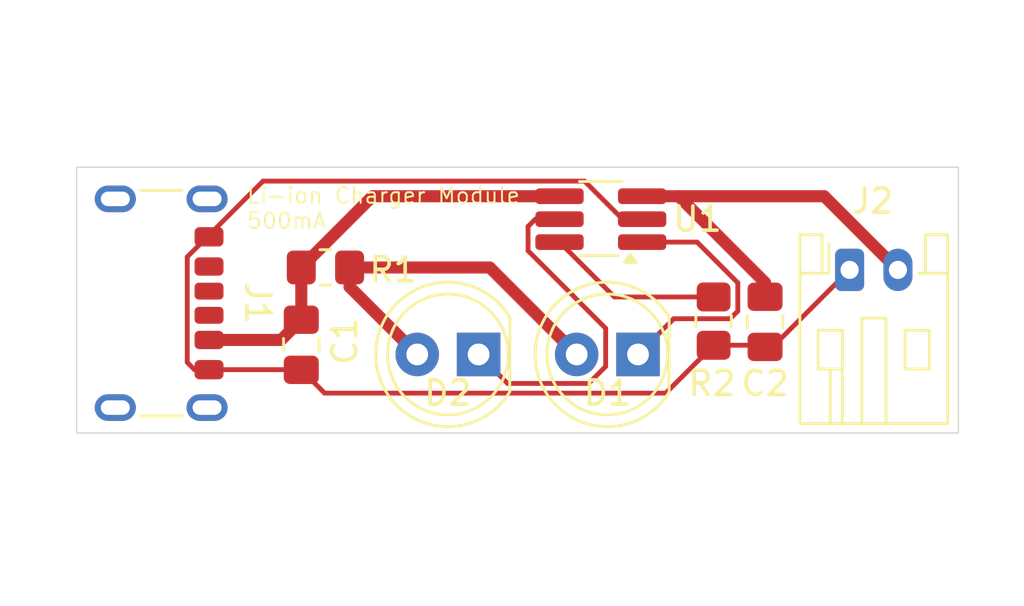
<source format=kicad_pcb>
(kicad_pcb (version 20241229) (generator "pcbnew") (generator_version "9.0")
  (layers (0 "F.Cu" signal) (2 "B.Cu" signal) (13 "F.Paste" user) (15 "B.Paste" user) (5 "F.SilkS" user "F.Silkscreen") (7 "B.SilkS" user "B.Silkscreen") (1 "F.Mask" user) (3 "B.Mask" user) (25 "Edge.Cuts" user))
  (net 0 "")
  (net 1 "Net-(U1-V_{CC})")
  (net 2 "Net-(J2-Pin_1)")
  (net 3 "Net-(J2-Pin_2)")
  (net 4 "Net-(D1-A)")
  (net 5 "Net-(D1-K)")
  (net 6 "Net-(D2-K)")
  (net 10 "Net-(U1-PROG)")
  (footprint "Package_TO_SOT_SMD:TSOT-23-6_HandSoldering" (layer "F.Cu") (at 133.2 111.2 180)
    (property "Reference" "U1" (at -4 0 0) (layer "F.SilkS"))
    (property "Value" "TP4057")
    (fp_line (start 0.08 -1.51) (end 0.88 -1.51) (stroke (width 0.12)) (layer "F.SilkS"))
    (fp_line (start 0.08 -1.51) (end -0.72 -1.51) (stroke (width 0.12)) (layer "F.SilkS"))
    (fp_line (start -0.88 1.56) (end 0.88 1.56) (stroke (width 0.12)) (layer "F.SilkS"))
    (fp_poly (pts (xy -1.22 -1.46) (xy -1.46 -1.79) (xy -0.98 -1.79) (xy -1.22 -1.46)) (stroke (width 0.12)) (fill yes) (layer "F.SilkS"))
    (pad "1" smd roundrect (at -1.71 -0.95 180) (size 2 0.65) (layers "F.Cu" "F.Mask" "F.Paste") (net 5 "Net-(D1-K)"))
    (pad "2" smd roundrect (at -1.71 0 180) (size 2 0.65) (layers "F.Cu" "F.Mask" "F.Paste") (net 2 "Net-(J2-Pin_1)"))
    (pad "3" smd roundrect (at -1.71 0.95 180) (size 2 0.65) (layers "F.Cu" "F.Mask" "F.Paste") (net 3 "Net-(J2-Pin_2)"))
    (pad "4" smd roundrect (at 1.71 0.95 180) (size 2 0.65) (layers "F.Cu" "F.Mask" "F.Paste") (net 1 "Net-(U1-V_{CC})"))
    (pad "5" smd roundrect (at 1.71 0 180) (size 2 0.65) (layers "F.Cu" "F.Mask" "F.Paste") (net 6 "Net-(D2-K)"))
    (pad "6" smd roundrect (at 1.71 -0.95 180) (size 2 0.65) (layers "F.Cu" "F.Mask" "F.Paste") (net 10 "Net-(U1-PROG)"))
  )
  (footprint "Connector_USB:USB_C_Receptacle_GCT_USB4125-xx-x_6P_TopMnt_Horizontal" (layer "F.Cu") (at 113.9 114.68 -90)
    (property "Reference" "J1" (at 0 -5.1 270) (layer "F.SilkS"))
    (property "Value" "USB_C_Receptacle_PowerOnly_6P")
    (fp_line (start -4.67 -0.25) (end -4.67 -1.95) (stroke (width 0.12)) (layer "F.SilkS"))
    (fp_line (start 4.67 -0.25) (end 4.67 -1.95) (stroke (width 0.12)) (layer "F.SilkS"))
    (pad "A5" smd roundrect (at -0.5 -3.08 270) (size 0.7 1.2) (layers "F.Cu" "F.Mask" "F.Paste"))
    (pad "A9" smd roundrect (at 1.52 -3.08 90) (size 0.76 1.2) (layers "F.Cu" "F.Mask" "F.Paste") (net 1 "Net-(U1-V_{CC})"))
    (pad "A12" smd roundrect (at 2.75 -3.08 90) (size 0.8 1.2) (layers "F.Cu" "F.Mask" "F.Paste") (net 2 "Net-(J2-Pin_1)"))
    (pad "B5" smd roundrect (at 0.5 -3.08 90) (size 0.7 1.2) (layers "F.Cu" "F.Mask" "F.Paste"))
    (pad "B9" smd roundrect (at -1.52 -3.08 270) (size 0.76 1.2) (layers "F.Cu" "F.Mask" "F.Paste") (net 1 "Net-(U1-V_{CC})"))
    (pad "B12" smd roundrect (at -2.75 -3.08 270) (size 0.8 1.2) (layers "F.Cu" "F.Mask" "F.Paste") (net 2 "Net-(J2-Pin_1)"))
    (pad "S1" thru_hole oval (at -4.32 -3 270) (size 1.1 1.7) (drill oval 0.6 1.2) (property pad_prop_heatsink) (layers "*.Cu" "*.Mask" "F.Paste"))
    (pad "S1" thru_hole oval (at -4.32 0.8 270) (size 1.1 1.7) (drill oval 0.6 1.2) (property pad_prop_heatsink) (layers "*.Cu" "*.Mask" "F.Paste"))
    (pad "S1" thru_hole oval (at 4.32 -3 270) (size 1.1 1.7) (drill oval 0.6 1.2) (property pad_prop_heatsink) (layers "*.Cu" "*.Mask" "F.Paste"))
    (pad "S1" thru_hole oval (at 4.32 0.8 270) (size 1.1 1.7) (drill oval 0.6 1.2) (property pad_prop_heatsink) (layers "*.Cu" "*.Mask" "F.Paste"))
  )
  (footprint "Resistor_SMD:R_0805_2012Metric_Pad1.20x1.40mm_HandSolder" (layer "F.Cu") (at 137.87 115.42 90)
    (property "Reference" "R2" (at -2.58 -0.07 180) (layer "F.SilkS"))
    (property "Value" "1.6k")
    (fp_line (start -0.227064 -0.735) (end 0.227064 -0.735) (stroke (width 0.12)) (layer "F.SilkS"))
    (fp_line (start -0.227064 0.735) (end 0.227064 0.735) (stroke (width 0.12)) (layer "F.SilkS"))
    (pad "1" smd roundrect (at -1 0 90) (size 1.2 1.4) (layers "F.Cu" "F.Mask" "F.Paste") (roundrect_rratio 0.208333) (net 2 "Net-(J2-Pin_1)"))
    (pad "2" smd roundrect (at 1 0 90) (size 1.2 1.4) (layers "F.Cu" "F.Mask" "F.Paste") (roundrect_rratio 0.208333) (net 10 "Net-(U1-PROG)"))
  )
  (footprint "LED_THT:LED_D5.0mm_IRGrey" (layer "F.Cu") (at 128.14 116.8 180)
    (property "Reference" "D2" (at 1.27 -1.6 0) (layer "F.SilkS"))
    (property "Value" "GREEN")
    (fp_line (start -1.29 -1.545) (end -1.29 1.545) (stroke (width 0.12)) (layer "F.SilkS"))
    (fp_arc (start 4.26 0.000048) (mid 2.071756 2.880501) (end -1.29 1.54483) (stroke (width 0.12)) (layer "F.SilkS"))
    (fp_arc (start -1.29 -1.54483) (mid 2.071756 -2.880501) (end 4.26 -0.000048) (stroke (width 0.12)) (layer "F.SilkS"))
    (fp_circle (center 1.27 0) (end 3.77 0) (stroke (width 0.12)) (fill no) (layer "F.SilkS"))
    (pad "1" thru_hole rect (at 0 0 180) (size 1.8 1.8) (drill 0.9) (layers "*.Cu" "*.Mask") (net 6 "Net-(D2-K)"))
    (pad "2" thru_hole circle (at 2.54 0 180) (size 1.8 1.8) (drill 0.9) (layers "*.Cu" "*.Mask") (net 4 "Net-(D1-A)"))
  )
  (footprint "Capacitor_SMD:C_0805_2012Metric_Pad1.18x1.45mm_HandSolder" (layer "F.Cu") (at 120.8 116.4 -90)
    (property "Reference" "C1" (at -0.15 -1.8 90) (layer "F.SilkS"))
    (property "Value" "10uF")
    (fp_line (start -0.261252 0.735) (end 0.261252 0.735) (stroke (width 0.12)) (layer "F.SilkS"))
    (fp_line (start -0.261252 -0.735) (end 0.261252 -0.735) (stroke (width 0.12)) (layer "F.SilkS"))
    (pad "1" smd roundrect (at -1.0375 0 270) (size 1.175 1.45) (layers "F.Cu" "F.Mask" "F.Paste") (roundrect_rratio 0.212766) (net 1 "Net-(U1-V_{CC})"))
    (pad "2" smd roundrect (at 1.0375 0 270) (size 1.175 1.45) (layers "F.Cu" "F.Mask" "F.Paste") (roundrect_rratio 0.212766) (net 2 "Net-(J2-Pin_1)"))
  )
  (footprint "Capacitor_SMD:C_0805_2012Metric_Pad1.18x1.45mm_HandSolder" (layer "F.Cu") (at 140 115.45 -90)
    (property "Reference" "C2" (at 2.55 0 180) (layer "F.SilkS"))
    (property "Value" "10uF")
    (fp_line (start -0.261252 0.735) (end 0.261252 0.735) (stroke (width 0.12)) (layer "F.SilkS"))
    (fp_line (start -0.261252 -0.735) (end 0.261252 -0.735) (stroke (width 0.12)) (layer "F.SilkS"))
    (pad "1" smd roundrect (at -1.0375 0 270) (size 1.175 1.45) (layers "F.Cu" "F.Mask" "F.Paste") (roundrect_rratio 0.212766) (net 3 "Net-(J2-Pin_2)"))
    (pad "2" smd roundrect (at 1.0375 0 270) (size 1.175 1.45) (layers "F.Cu" "F.Mask" "F.Paste") (roundrect_rratio 0.212766) (net 2 "Net-(J2-Pin_1)"))
  )
  (footprint "Connector_JST:JST_PH_S2B-PH-K_1x02_P2.00mm_Horizontal" (layer "F.Cu") (at 143.5 113.3)
    (property "Reference" "J2" (at 0.95 -2.85 180) (layer "F.SilkS"))
    (property "Value" "Conn_01x02_Pin")
    (fp_line (start -2.06 -1.46) (end -2.06 6.36) (stroke (width 0.12)) (layer "F.SilkS"))
    (fp_line (start -2.06 0.14) (end -1.14 0.14) (stroke (width 0.12)) (layer "F.SilkS"))
    (fp_line (start -2.06 6.36) (end 4.06 6.36) (stroke (width 0.12)) (layer "F.SilkS"))
    (fp_line (start -1.3 2.5) (end -1.3 4.1) (stroke (width 0.12)) (layer "F.SilkS"))
    (fp_line (start -1.3 4.1) (end -0.3 4.1) (stroke (width 0.12)) (layer "F.SilkS"))
    (fp_line (start -1.14 -1.46) (end -2.06 -1.46) (stroke (width 0.12)) (layer "F.SilkS"))
    (fp_line (start -1.14 0.14) (end -1.14 -1.46) (stroke (width 0.12)) (layer "F.SilkS"))
    (fp_line (start -0.86 0.14) (end -1.14 0.14) (stroke (width 0.12)) (layer "F.SilkS"))
    (fp_line (start -0.86 0.14) (end -0.86 -1.075) (stroke (width 0.12)) (layer "F.SilkS"))
    (fp_line (start -0.8 4.1) (end -0.8 6.36) (stroke (width 0.12)) (layer "F.SilkS"))
    (fp_line (start -0.3 2.5) (end -1.3 2.5) (stroke (width 0.12)) (layer "F.SilkS"))
    (fp_line (start -0.3 4.1) (end -0.3 2.5) (stroke (width 0.12)) (layer "F.SilkS"))
    (fp_line (start -0.3 4.1) (end -0.3 6.36) (stroke (width 0.12)) (layer "F.SilkS"))
    (fp_line (start 0.5 2) (end 1.5 2) (stroke (width 0.12)) (layer "F.SilkS"))
    (fp_line (start 0.5 6.36) (end 0.5 2) (stroke (width 0.12)) (layer "F.SilkS"))
    (fp_line (start 1.5 2) (end 1.5 6.36) (stroke (width 0.12)) (layer "F.SilkS"))
    (fp_line (start 2.3 2.5) (end 3.3 2.5) (stroke (width 0.12)) (layer "F.SilkS"))
    (fp_line (start 2.3 4.1) (end 2.3 2.5) (stroke (width 0.12)) (layer "F.SilkS"))
    (fp_line (start 3.14 -1.46) (end 3.14 0.14) (stroke (width 0.12)) (layer "F.SilkS"))
    (fp_line (start 3.14 0.14) (end 2.86 0.14) (stroke (width 0.12)) (layer "F.SilkS"))
    (fp_line (start 3.3 2.5) (end 3.3 4.1) (stroke (width 0.12)) (layer "F.SilkS"))
    (fp_line (start 3.3 4.1) (end 2.3 4.1) (stroke (width 0.12)) (layer "F.SilkS"))
    (fp_line (start 4.06 -1.46) (end 3.14 -1.46) (stroke (width 0.12)) (layer "F.SilkS"))
    (fp_line (start 4.06 0.14) (end 3.14 0.14) (stroke (width 0.12)) (layer "F.SilkS"))
    (fp_line (start 4.06 6.36) (end 4.06 -1.46) (stroke (width 0.12)) (layer "F.SilkS"))
    (pad "1" thru_hole roundrect (at 0 0) (size 1.2 1.75) (drill 0.75) (layers "*.Cu" "*.Mask") (roundrect_rratio 0.208333) (net 2 "Net-(J2-Pin_1)"))
    (pad "2" thru_hole oval (at 2 0) (size 1.2 1.75) (drill 0.75) (layers "*.Cu" "*.Mask") (net 3 "Net-(J2-Pin_2)"))
  )
  (footprint "LED_THT:LED_D5.0mm_IRGrey" (layer "F.Cu") (at 134.74 116.8 180)
    (property "Reference" "D1" (at 1.27 -1.6 0) (layer "F.SilkS"))
    (property "Value" "YELLOW")
    (fp_line (start -1.29 -1.545) (end -1.29 1.545) (stroke (width 0.12)) (layer "F.SilkS"))
    (fp_arc (start 4.26 0.000048) (mid 2.071756 2.880501) (end -1.29 1.54483) (stroke (width 0.12)) (layer "F.SilkS"))
    (fp_arc (start -1.29 -1.54483) (mid 2.071756 -2.880501) (end 4.26 -0.000048) (stroke (width 0.12)) (layer "F.SilkS"))
    (fp_circle (center 1.27 0) (end 3.77 0) (stroke (width 0.12)) (fill no) (layer "F.SilkS"))
    (pad "1" thru_hole rect (at 0 0 180) (size 1.8 1.8) (drill 0.9) (layers "*.Cu" "*.Mask") (net 5 "Net-(D1-K)"))
    (pad "2" thru_hole circle (at 2.54 0 180) (size 1.8 1.8) (drill 0.9) (layers "*.Cu" "*.Mask") (net 4 "Net-(D1-A)"))
  )
  (footprint "Resistor_SMD:R_0805_2012Metric_Pad1.20x1.40mm_HandSolder" (layer "F.Cu") (at 121.8 113.2)
    (property "Reference" "R1" (at 2.8 0.1 0) (layer "F.SilkS"))
    (property "Value" "1k")
    (fp_line (start -0.227064 -0.735) (end 0.227064 -0.735) (stroke (width 0.12)) (layer "F.SilkS"))
    (fp_line (start -0.227064 0.735) (end 0.227064 0.735) (stroke (width 0.12)) (layer "F.SilkS"))
    (pad "1" smd roundrect (at -1 0) (size 1.2 1.4) (layers "F.Cu" "F.Mask" "F.Paste") (roundrect_rratio 0.208333) (net 1 "Net-(U1-V_{CC})"))
    (pad "2" smd roundrect (at 1 0) (size 1.2 1.4) (layers "F.Cu" "F.Mask" "F.Paste") (roundrect_rratio 0.208333) (net 4 "Net-(D1-A)"))
  )
  (gr_rect (start 111.5 109.05) (end 148 120.05) (stroke (width 0.05)) (fill no) (layer "Edge.Cuts"))
  (gr_text "Li-ion Charger Module\n500mA" (at 118.5 111.65 0) (layer "F.SilkS") (effects (font (size 0.65 0.65) (thickness 0.08125)) (justify left bottom)))
  (segment (start 120.8 115.3625) (end 120.8 113.2) (width 0.5) (layer "F.Cu") (net 1))
  (segment (start 120.8 113.2) (end 123.75 110.25) (width 0.5) (layer "F.Cu") (net 1))
  (segment (start 119.9625 116.2) (end 120.8 115.3625) (width 0.5) (layer "F.Cu") (net 1))
  (segment (start 116.98 116.2) (end 119.9625 116.2) (width 0.5) (layer "F.Cu") (net 1))
  (segment (start 123.75 110.25) (end 131.49 110.25) (width 0.5) (layer "F.Cu") (net 1))
  (segment (start 140 116.4875) (end 139.8125 116.4875) (width 0.2) (layer "F.Cu") (net 2))
  (segment (start 119.216358 109.624) (end 116.079 112.761358) (width 0.2) (layer "F.Cu") (net 2))
  (segment (start 116.98 117.43) (end 120.7925 117.43) (width 0.2) (layer "F.Cu") (net 2))
  (segment (start 121.7645 118.402) (end 120.8 117.4375) (width 0.2) (layer "F.Cu") (net 2))
  (segment (start 140.3125 116.4875) (end 140 116.4875) (width 0.2) (layer "F.Cu") (net 2))
  (segment (start 120.7925 117.43) (end 120.8 117.4375) (width 0.2) (layer "F.Cu") (net 2))
  (segment (start 134.91 111.2) (end 134.09999 111.2) (width 0.2) (layer "F.Cu") (net 2))
  (segment (start 116.079 112.761358) (end 116.079 117.129) (width 0.2) (layer "F.Cu") (net 2))
  (segment (start 134.09999 111.2) (end 132.52399 109.624) (width 0.2) (layer "F.Cu") (net 2))
  (segment (start 132.52399 109.624) (end 119.216358 109.624) (width 0.2) (layer "F.Cu") (net 2))
  (segment (start 137.87 116.42) (end 135.888 118.402) (width 0.2) (layer "F.Cu") (net 2))
  (segment (start 143.5 113.3) (end 140.3125 116.4875) (width 0.2) (layer "F.Cu") (net 2))
  (segment (start 135.888 118.402) (end 121.7645 118.402) (width 0.2) (layer "F.Cu") (net 2))
  (segment (start 116.38 117.43) (end 116.98 117.43) (width 0.2) (layer "F.Cu") (net 2))
  (segment (start 139.8125 116.4875) (end 139.745 116.42) (width 0.2) (layer "F.Cu") (net 2))
  (segment (start 116.079 117.129) (end 116.38 117.43) (width 0.2) (layer "F.Cu") (net 2))
  (segment (start 139.745 116.42) (end 137.87 116.42) (width 0.2) (layer "F.Cu") (net 2))
  (segment (start 136.425 110.25) (end 134.91 110.25) (width 0.2) (layer "F.Cu") (net 3))
  (segment (start 140 114.4125) (end 140 113.825) (width 0.5) (layer "F.Cu") (net 3))
  (segment (start 142.45 110.25) (end 134.91 110.25) (width 0.5) (layer "F.Cu") (net 3))
  (segment (start 145.5 113.3) (end 142.45 110.25) (width 0.5) (layer "F.Cu") (net 3))
  (segment (start 140 113.825) (end 136.425 110.25) (width 0.5) (layer "F.Cu") (net 3))
  (segment (start 125.6 116.8) (end 122.8 114) (width 0.5) (layer "F.Cu") (net 4))
  (segment (start 132.2 116.8) (end 128.6 113.2) (width 0.5) (layer "F.Cu") (net 4))
  (segment (start 122.8 114) (end 122.8 113.2) (width 0.5) (layer "F.Cu") (net 4))
  (segment (start 128.6 113.2) (end 122.8 113.2) (width 0.5) (layer "F.Cu") (net 4))
  (segment (start 137.18616 112.15) (end 134.91 112.15) (width 0.2) (layer "F.Cu") (net 5))
  (segment (start 138.871 113.83484) (end 137.18616 112.15) (width 0.2) (layer "F.Cu") (net 5))
  (segment (start 134.74 116.8) (end 136.219 115.321) (width 0.2) (layer "F.Cu") (net 5))
  (segment (start 138.55516 115.321) (end 138.871 115.00516) (width 0.2) (layer "F.Cu") (net 5))
  (segment (start 138.871 115.00516) (end 138.871 113.83484) (width 0.2) (layer "F.Cu") (net 5))
  (segment (start 136.219 115.321) (end 138.55516 115.321) (width 0.2) (layer "F.Cu") (net 5))
  (segment (start 132.697471 118.001) (end 133.401 117.297471) (width 0.2) (layer "F.Cu") (net 6))
  (segment (start 128.14 116.8) (end 129.341 118.001) (width 0.2) (layer "F.Cu") (net 6))
  (segment (start 133.401 115.72099) (end 130.189 112.50899) (width 0.2) (layer "F.Cu") (net 6))
  (segment (start 133.401 117.297471) (end 133.401 115.72099) (width 0.2) (layer "F.Cu") (net 6))
  (segment (start 130.189 111.501001) (end 130.490001 111.2) (width 0.2) (layer "F.Cu") (net 6))
  (segment (start 130.490001 111.2) (end 131.49 111.2) (width 0.2) (layer "F.Cu") (net 6))
  (segment (start 130.189 112.50899) (end 130.189 111.501001) (width 0.2) (layer "F.Cu") (net 6))
  (segment (start 129.341 118.001) (end 132.697471 118.001) (width 0.2) (layer "F.Cu") (net 6))
  (segment (start 133.76 114.42) (end 131.49 112.15) (width 0.2) (layer "F.Cu") (net 10))
  (segment (start 137.87 114.42) (end 133.76 114.42) (width 0.2) (layer "F.Cu") (net 10))
)
</source>
